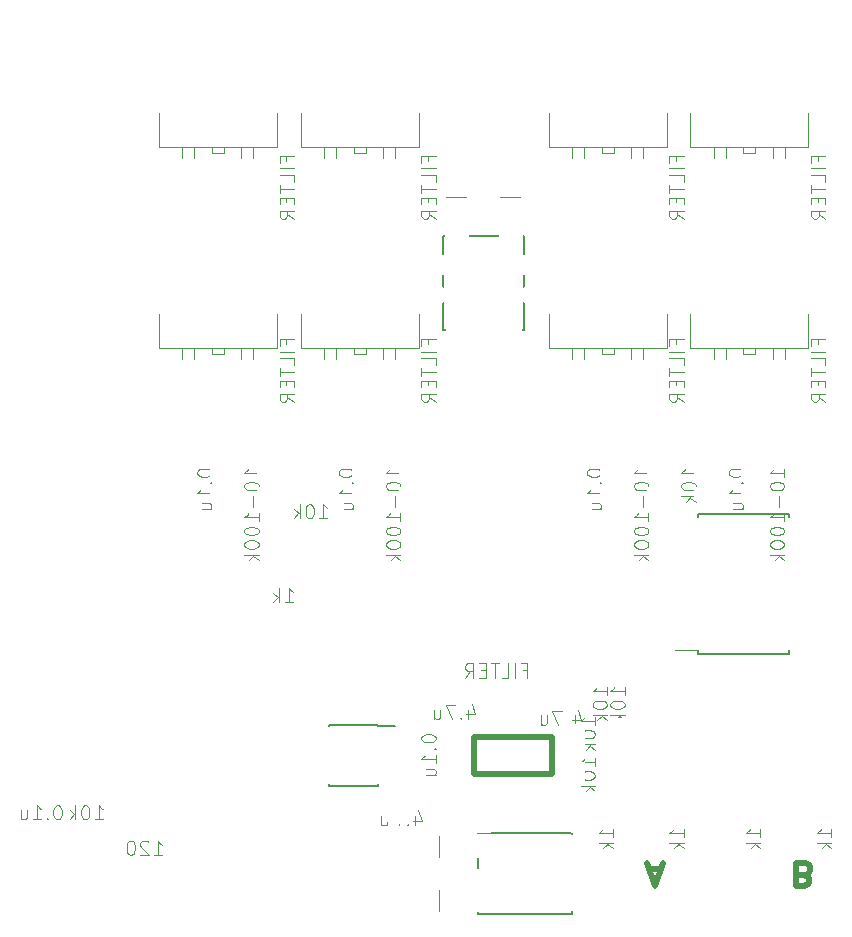
<source format=gbr>
G04 #@! TF.FileFunction,Legend,Bot*
%FSLAX46Y46*%
G04 Gerber Fmt 4.6, Leading zero omitted, Abs format (unit mm)*
G04 Created by KiCad (PCBNEW 4.0.6) date 03/21/17 17:18:59*
%MOMM*%
%LPD*%
G01*
G04 APERTURE LIST*
%ADD10C,0.100000*%
%ADD11C,0.500000*%
%ADD12C,0.150000*%
%ADD13C,0.101600*%
%ADD14R,2.200000X3.900000*%
%ADD15R,3.400000X3.900000*%
%ADD16R,10.400000X8.400000*%
%ADD17C,2.100000*%
%ADD18R,2.100000X2.100000*%
%ADD19R,1.950000X1.000000*%
%ADD20R,1.400000X1.200000*%
%ADD21R,2.051000X3.448000*%
%ADD22R,6.496000X6.496000*%
%ADD23C,1.700000*%
%ADD24R,1.700000X1.700000*%
%ADD25R,2.432000X2.432000*%
%ADD26O,2.432000X2.432000*%
%ADD27R,1.200000X1.400000*%
%ADD28R,2.200000X2.000000*%
%ADD29R,2.000000X2.200000*%
%ADD30C,1.600000*%
%ADD31R,2.127200X2.432000*%
%ADD32O,2.127200X2.432000*%
%ADD33R,2.127200X2.127200*%
%ADD34O,2.127200X2.127200*%
%ADD35O,1.400000X1.924000*%
%ADD36C,1.924000*%
%ADD37C,2.400000*%
%ADD38C,4.400000*%
%ADD39O,1.900000X2.900000*%
%ADD40C,3.400000*%
%ADD41R,3.400000X6.900000*%
%ADD42R,6.851600X3.400000*%
%ADD43R,1.600000X2.100000*%
%ADD44R,3.700000X2.100000*%
%ADD45R,3.448000X2.051000*%
%ADD46C,1.400000*%
%ADD47R,2.400000X1.000000*%
%ADD48R,4.400000X4.400000*%
%ADD49C,0.026000*%
G04 APERTURE END LIST*
D10*
D11*
X67642857Y-74642857D02*
X67928571Y-74547619D01*
X68023810Y-74452381D01*
X68119048Y-74261905D01*
X68119048Y-73976190D01*
X68023810Y-73785714D01*
X67928571Y-73690476D01*
X67738095Y-73595238D01*
X66976190Y-73595238D01*
X66976190Y-75595238D01*
X67642857Y-75595238D01*
X67833333Y-75500000D01*
X67928571Y-75404762D01*
X68023810Y-75214286D01*
X68023810Y-75023810D01*
X67928571Y-74833333D01*
X67833333Y-74738095D01*
X67642857Y-74642857D01*
X66976190Y-74642857D01*
X54523809Y-74166667D02*
X55476190Y-74166667D01*
X54333333Y-73595238D02*
X55000000Y-75595238D01*
X55666667Y-73595238D01*
D10*
X30500000Y-13000000D02*
X30500000Y-13500000D01*
X30500000Y-13500000D02*
X29500000Y-13500000D01*
X29500000Y-13500000D02*
X29500000Y-13000000D01*
X28000000Y-13000000D02*
X28000000Y-17500000D01*
X28000000Y-17500000D02*
X27000000Y-17500000D01*
X27000000Y-17500000D02*
X27000000Y-13000000D01*
X33000000Y-13000000D02*
X33000000Y-17500000D01*
X33000000Y-17500000D02*
X32000000Y-17500000D01*
X32000000Y-17500000D02*
X32000000Y-13000000D01*
X25500000Y-2500000D02*
X34500000Y-2500000D01*
X34500000Y-2500000D02*
X35000000Y-3000000D01*
X25000000Y-3000000D02*
X25500000Y-2500000D01*
X25000000Y-4000000D02*
X25000000Y-3000000D01*
X35000000Y-4000000D02*
X35000000Y-3000000D01*
X35000000Y-4000000D02*
X35000000Y-13000000D01*
X25000000Y-4000000D02*
X35000000Y-4000000D01*
X25000000Y-13000000D02*
X25000000Y-4000000D01*
X25000000Y-13000000D02*
X35000000Y-13000000D01*
D12*
X31575000Y-61925000D02*
X31575000Y-62070000D01*
X27425000Y-61925000D02*
X27425000Y-62070000D01*
X27425000Y-67075000D02*
X27425000Y-66930000D01*
X31575000Y-67075000D02*
X31575000Y-66930000D01*
X31575000Y-61925000D02*
X27425000Y-61925000D01*
X31575000Y-67075000D02*
X27425000Y-67075000D01*
X31575000Y-62070000D02*
X32975000Y-62070000D01*
X41897000Y-20524000D02*
X41897000Y-17349000D01*
X41897000Y-17349000D02*
X43675000Y-17349000D01*
X43675000Y-17349000D02*
X43675000Y-20524000D01*
X37325000Y-20524000D02*
X37325000Y-17349000D01*
X37325000Y-17349000D02*
X39103000Y-17349000D01*
X39103000Y-17349000D02*
X39103000Y-20524000D01*
X43929000Y-26620000D02*
X43929000Y-20524000D01*
X43929000Y-20524000D02*
X37071000Y-20524000D01*
X37071000Y-20524000D02*
X37071000Y-28398000D01*
X37071000Y-28525000D02*
X43929000Y-28525000D01*
X43929000Y-28398000D02*
X43929000Y-26620000D01*
D11*
X39700000Y-63000000D02*
X39700000Y-66100000D01*
X46300000Y-63000000D02*
X46300000Y-66100000D01*
X46300000Y-66100000D02*
X39700000Y-66100000D01*
X46300000Y-63000000D02*
X39700000Y-63000000D01*
D12*
X40024000Y-73103000D02*
X36849000Y-73103000D01*
X36849000Y-73103000D02*
X36849000Y-71325000D01*
X36849000Y-71325000D02*
X40024000Y-71325000D01*
X40024000Y-77675000D02*
X36849000Y-77675000D01*
X36849000Y-77675000D02*
X36849000Y-75897000D01*
X36849000Y-75897000D02*
X40024000Y-75897000D01*
X46120000Y-71071000D02*
X40024000Y-71071000D01*
X40024000Y-71071000D02*
X40024000Y-77929000D01*
X40024000Y-77929000D02*
X47898000Y-77929000D01*
X48025000Y-77929000D02*
X48025000Y-71071000D01*
X47898000Y-71071000D02*
X46120000Y-71071000D01*
D10*
X18500000Y-30000000D02*
X18500000Y-30500000D01*
X18500000Y-30500000D02*
X17500000Y-30500000D01*
X17500000Y-30500000D02*
X17500000Y-30000000D01*
X16000000Y-30000000D02*
X16000000Y-34500000D01*
X16000000Y-34500000D02*
X15000000Y-34500000D01*
X15000000Y-34500000D02*
X15000000Y-30000000D01*
X21000000Y-30000000D02*
X21000000Y-34500000D01*
X21000000Y-34500000D02*
X20000000Y-34500000D01*
X20000000Y-34500000D02*
X20000000Y-30000000D01*
X13500000Y-19500000D02*
X22500000Y-19500000D01*
X22500000Y-19500000D02*
X23000000Y-20000000D01*
X13000000Y-20000000D02*
X13500000Y-19500000D01*
X13000000Y-21000000D02*
X13000000Y-20000000D01*
X23000000Y-21000000D02*
X23000000Y-20000000D01*
X23000000Y-21000000D02*
X23000000Y-30000000D01*
X13000000Y-21000000D02*
X23000000Y-21000000D01*
X13000000Y-30000000D02*
X13000000Y-21000000D01*
X13000000Y-30000000D02*
X23000000Y-30000000D01*
X18500000Y-13000000D02*
X18500000Y-13500000D01*
X18500000Y-13500000D02*
X17500000Y-13500000D01*
X17500000Y-13500000D02*
X17500000Y-13000000D01*
X16000000Y-13000000D02*
X16000000Y-17500000D01*
X16000000Y-17500000D02*
X15000000Y-17500000D01*
X15000000Y-17500000D02*
X15000000Y-13000000D01*
X21000000Y-13000000D02*
X21000000Y-17500000D01*
X21000000Y-17500000D02*
X20000000Y-17500000D01*
X20000000Y-17500000D02*
X20000000Y-13000000D01*
X13500000Y-2500000D02*
X22500000Y-2500000D01*
X22500000Y-2500000D02*
X23000000Y-3000000D01*
X13000000Y-3000000D02*
X13500000Y-2500000D01*
X13000000Y-4000000D02*
X13000000Y-3000000D01*
X23000000Y-4000000D02*
X23000000Y-3000000D01*
X23000000Y-4000000D02*
X23000000Y-13000000D01*
X13000000Y-4000000D02*
X23000000Y-4000000D01*
X13000000Y-13000000D02*
X13000000Y-4000000D01*
X13000000Y-13000000D02*
X23000000Y-13000000D01*
X30500000Y-30000000D02*
X30500000Y-30500000D01*
X30500000Y-30500000D02*
X29500000Y-30500000D01*
X29500000Y-30500000D02*
X29500000Y-30000000D01*
X28000000Y-30000000D02*
X28000000Y-34500000D01*
X28000000Y-34500000D02*
X27000000Y-34500000D01*
X27000000Y-34500000D02*
X27000000Y-30000000D01*
X33000000Y-30000000D02*
X33000000Y-34500000D01*
X33000000Y-34500000D02*
X32000000Y-34500000D01*
X32000000Y-34500000D02*
X32000000Y-30000000D01*
X25500000Y-19500000D02*
X34500000Y-19500000D01*
X34500000Y-19500000D02*
X35000000Y-20000000D01*
X25000000Y-20000000D02*
X25500000Y-19500000D01*
X25000000Y-21000000D02*
X25000000Y-20000000D01*
X35000000Y-21000000D02*
X35000000Y-20000000D01*
X35000000Y-21000000D02*
X35000000Y-30000000D01*
X25000000Y-21000000D02*
X35000000Y-21000000D01*
X25000000Y-30000000D02*
X25000000Y-21000000D01*
X25000000Y-30000000D02*
X35000000Y-30000000D01*
X51500000Y-13000000D02*
X51500000Y-13500000D01*
X51500000Y-13500000D02*
X50500000Y-13500000D01*
X50500000Y-13500000D02*
X50500000Y-13000000D01*
X49000000Y-13000000D02*
X49000000Y-17500000D01*
X49000000Y-17500000D02*
X48000000Y-17500000D01*
X48000000Y-17500000D02*
X48000000Y-13000000D01*
X54000000Y-13000000D02*
X54000000Y-17500000D01*
X54000000Y-17500000D02*
X53000000Y-17500000D01*
X53000000Y-17500000D02*
X53000000Y-13000000D01*
X46500000Y-2500000D02*
X55500000Y-2500000D01*
X55500000Y-2500000D02*
X56000000Y-3000000D01*
X46000000Y-3000000D02*
X46500000Y-2500000D01*
X46000000Y-4000000D02*
X46000000Y-3000000D01*
X56000000Y-4000000D02*
X56000000Y-3000000D01*
X56000000Y-4000000D02*
X56000000Y-13000000D01*
X46000000Y-4000000D02*
X56000000Y-4000000D01*
X46000000Y-13000000D02*
X46000000Y-4000000D01*
X46000000Y-13000000D02*
X56000000Y-13000000D01*
X51500000Y-30000000D02*
X51500000Y-30500000D01*
X51500000Y-30500000D02*
X50500000Y-30500000D01*
X50500000Y-30500000D02*
X50500000Y-30000000D01*
X49000000Y-30000000D02*
X49000000Y-34500000D01*
X49000000Y-34500000D02*
X48000000Y-34500000D01*
X48000000Y-34500000D02*
X48000000Y-30000000D01*
X54000000Y-30000000D02*
X54000000Y-34500000D01*
X54000000Y-34500000D02*
X53000000Y-34500000D01*
X53000000Y-34500000D02*
X53000000Y-30000000D01*
X46500000Y-19500000D02*
X55500000Y-19500000D01*
X55500000Y-19500000D02*
X56000000Y-20000000D01*
X46000000Y-20000000D02*
X46500000Y-19500000D01*
X46000000Y-21000000D02*
X46000000Y-20000000D01*
X56000000Y-21000000D02*
X56000000Y-20000000D01*
X56000000Y-21000000D02*
X56000000Y-30000000D01*
X46000000Y-21000000D02*
X56000000Y-21000000D01*
X46000000Y-30000000D02*
X46000000Y-21000000D01*
X46000000Y-30000000D02*
X56000000Y-30000000D01*
X63500000Y-30000000D02*
X63500000Y-30500000D01*
X63500000Y-30500000D02*
X62500000Y-30500000D01*
X62500000Y-30500000D02*
X62500000Y-30000000D01*
X61000000Y-30000000D02*
X61000000Y-34500000D01*
X61000000Y-34500000D02*
X60000000Y-34500000D01*
X60000000Y-34500000D02*
X60000000Y-30000000D01*
X66000000Y-30000000D02*
X66000000Y-34500000D01*
X66000000Y-34500000D02*
X65000000Y-34500000D01*
X65000000Y-34500000D02*
X65000000Y-30000000D01*
X58500000Y-19500000D02*
X67500000Y-19500000D01*
X67500000Y-19500000D02*
X68000000Y-20000000D01*
X58000000Y-20000000D02*
X58500000Y-19500000D01*
X58000000Y-21000000D02*
X58000000Y-20000000D01*
X68000000Y-21000000D02*
X68000000Y-20000000D01*
X68000000Y-21000000D02*
X68000000Y-30000000D01*
X58000000Y-21000000D02*
X68000000Y-21000000D01*
X58000000Y-30000000D02*
X58000000Y-21000000D01*
X58000000Y-30000000D02*
X68000000Y-30000000D01*
X63500000Y-13000000D02*
X63500000Y-13500000D01*
X63500000Y-13500000D02*
X62500000Y-13500000D01*
X62500000Y-13500000D02*
X62500000Y-13000000D01*
X61000000Y-13000000D02*
X61000000Y-17500000D01*
X61000000Y-17500000D02*
X60000000Y-17500000D01*
X60000000Y-17500000D02*
X60000000Y-13000000D01*
X66000000Y-13000000D02*
X66000000Y-17500000D01*
X66000000Y-17500000D02*
X65000000Y-17500000D01*
X65000000Y-17500000D02*
X65000000Y-13000000D01*
X58500000Y-2500000D02*
X67500000Y-2500000D01*
X67500000Y-2500000D02*
X68000000Y-3000000D01*
X58000000Y-3000000D02*
X58500000Y-2500000D01*
X58000000Y-4000000D02*
X58000000Y-3000000D01*
X68000000Y-4000000D02*
X68000000Y-3000000D01*
X68000000Y-4000000D02*
X68000000Y-13000000D01*
X58000000Y-4000000D02*
X68000000Y-4000000D01*
X58000000Y-13000000D02*
X58000000Y-4000000D01*
X58000000Y-13000000D02*
X68000000Y-13000000D01*
D12*
X58625000Y-55950000D02*
X58625000Y-55605000D01*
X66375000Y-55950000D02*
X66375000Y-55605000D01*
X66375000Y-44050000D02*
X66375000Y-44395000D01*
X58625000Y-44050000D02*
X58625000Y-44395000D01*
X58625000Y-55950000D02*
X66375000Y-55950000D01*
X58625000Y-44050000D02*
X66375000Y-44050000D01*
X58625000Y-55605000D02*
X56800000Y-55605000D01*
D13*
X21442548Y-40919238D02*
X21442548Y-40229810D01*
X21442548Y-40574524D02*
X20236048Y-40574524D01*
X20408405Y-40459619D01*
X20523310Y-40344714D01*
X20580762Y-40229810D01*
X20236048Y-41666119D02*
X20236048Y-41781024D01*
X20293500Y-41895929D01*
X20350952Y-41953381D01*
X20465857Y-42010834D01*
X20695667Y-42068286D01*
X20982929Y-42068286D01*
X21212738Y-42010834D01*
X21327643Y-41953381D01*
X21385095Y-41895929D01*
X21442548Y-41781024D01*
X21442548Y-41666119D01*
X21385095Y-41551215D01*
X21327643Y-41493762D01*
X21212738Y-41436310D01*
X20982929Y-41378858D01*
X20695667Y-41378858D01*
X20465857Y-41436310D01*
X20350952Y-41493762D01*
X20293500Y-41551215D01*
X20236048Y-41666119D01*
X20982929Y-42585358D02*
X20982929Y-43504596D01*
X21442548Y-44711096D02*
X21442548Y-44021668D01*
X21442548Y-44366382D02*
X20236048Y-44366382D01*
X20408405Y-44251477D01*
X20523310Y-44136572D01*
X20580762Y-44021668D01*
X20236048Y-45457977D02*
X20236048Y-45572882D01*
X20293500Y-45687787D01*
X20350952Y-45745239D01*
X20465857Y-45802692D01*
X20695667Y-45860144D01*
X20982929Y-45860144D01*
X21212738Y-45802692D01*
X21327643Y-45745239D01*
X21385095Y-45687787D01*
X21442548Y-45572882D01*
X21442548Y-45457977D01*
X21385095Y-45343073D01*
X21327643Y-45285620D01*
X21212738Y-45228168D01*
X20982929Y-45170716D01*
X20695667Y-45170716D01*
X20465857Y-45228168D01*
X20350952Y-45285620D01*
X20293500Y-45343073D01*
X20236048Y-45457977D01*
X20236048Y-46607025D02*
X20236048Y-46721930D01*
X20293500Y-46836835D01*
X20350952Y-46894287D01*
X20465857Y-46951740D01*
X20695667Y-47009192D01*
X20982929Y-47009192D01*
X21212738Y-46951740D01*
X21327643Y-46894287D01*
X21385095Y-46836835D01*
X21442548Y-46721930D01*
X21442548Y-46607025D01*
X21385095Y-46492121D01*
X21327643Y-46434668D01*
X21212738Y-46377216D01*
X20982929Y-46319764D01*
X20695667Y-46319764D01*
X20465857Y-46377216D01*
X20350952Y-46434668D01*
X20293500Y-46492121D01*
X20236048Y-46607025D01*
X21442548Y-47526264D02*
X20236048Y-47526264D01*
X20982929Y-47641169D02*
X21442548Y-47985883D01*
X20638214Y-47985883D02*
X21097833Y-47526264D01*
X4482929Y-68736048D02*
X4368024Y-68736048D01*
X4253119Y-68793500D01*
X4195667Y-68850952D01*
X4138214Y-68965857D01*
X4080762Y-69195667D01*
X4080762Y-69482929D01*
X4138214Y-69712738D01*
X4195667Y-69827643D01*
X4253119Y-69885095D01*
X4368024Y-69942548D01*
X4482929Y-69942548D01*
X4597833Y-69885095D01*
X4655286Y-69827643D01*
X4712738Y-69712738D01*
X4770190Y-69482929D01*
X4770190Y-69195667D01*
X4712738Y-68965857D01*
X4655286Y-68850952D01*
X4597833Y-68793500D01*
X4482929Y-68736048D01*
X3563690Y-69827643D02*
X3506238Y-69885095D01*
X3563690Y-69942548D01*
X3621142Y-69885095D01*
X3563690Y-69827643D01*
X3563690Y-69942548D01*
X2357190Y-69942548D02*
X3046618Y-69942548D01*
X2701904Y-69942548D02*
X2701904Y-68736048D01*
X2816809Y-68908405D01*
X2931714Y-69023310D01*
X3046618Y-69080762D01*
X1323047Y-69138214D02*
X1323047Y-69942548D01*
X1840118Y-69138214D02*
X1840118Y-69770190D01*
X1782666Y-69885095D01*
X1667761Y-69942548D01*
X1495404Y-69942548D01*
X1380499Y-69885095D01*
X1323047Y-69827643D01*
X28236048Y-40517071D02*
X28236048Y-40631976D01*
X28293500Y-40746881D01*
X28350952Y-40804333D01*
X28465857Y-40861786D01*
X28695667Y-40919238D01*
X28982929Y-40919238D01*
X29212738Y-40861786D01*
X29327643Y-40804333D01*
X29385095Y-40746881D01*
X29442548Y-40631976D01*
X29442548Y-40517071D01*
X29385095Y-40402167D01*
X29327643Y-40344714D01*
X29212738Y-40287262D01*
X28982929Y-40229810D01*
X28695667Y-40229810D01*
X28465857Y-40287262D01*
X28350952Y-40344714D01*
X28293500Y-40402167D01*
X28236048Y-40517071D01*
X29327643Y-41436310D02*
X29385095Y-41493762D01*
X29442548Y-41436310D01*
X29385095Y-41378858D01*
X29327643Y-41436310D01*
X29442548Y-41436310D01*
X29442548Y-42642810D02*
X29442548Y-41953382D01*
X29442548Y-42298096D02*
X28236048Y-42298096D01*
X28408405Y-42183191D01*
X28523310Y-42068286D01*
X28580762Y-41953382D01*
X28638214Y-43676953D02*
X29442548Y-43676953D01*
X28638214Y-43159882D02*
X29270190Y-43159882D01*
X29385095Y-43217334D01*
X29442548Y-43332239D01*
X29442548Y-43504596D01*
X29385095Y-43619501D01*
X29327643Y-43676953D01*
X61236048Y-40517071D02*
X61236048Y-40631976D01*
X61293500Y-40746881D01*
X61350952Y-40804333D01*
X61465857Y-40861786D01*
X61695667Y-40919238D01*
X61982929Y-40919238D01*
X62212738Y-40861786D01*
X62327643Y-40804333D01*
X62385095Y-40746881D01*
X62442548Y-40631976D01*
X62442548Y-40517071D01*
X62385095Y-40402167D01*
X62327643Y-40344714D01*
X62212738Y-40287262D01*
X61982929Y-40229810D01*
X61695667Y-40229810D01*
X61465857Y-40287262D01*
X61350952Y-40344714D01*
X61293500Y-40402167D01*
X61236048Y-40517071D01*
X62327643Y-41436310D02*
X62385095Y-41493762D01*
X62442548Y-41436310D01*
X62385095Y-41378858D01*
X62327643Y-41436310D01*
X62442548Y-41436310D01*
X62442548Y-42642810D02*
X62442548Y-41953382D01*
X62442548Y-42298096D02*
X61236048Y-42298096D01*
X61408405Y-42183191D01*
X61523310Y-42068286D01*
X61580762Y-41953382D01*
X61638214Y-43676953D02*
X62442548Y-43676953D01*
X61638214Y-43159882D02*
X62270190Y-43159882D01*
X62385095Y-43217334D01*
X62442548Y-43332239D01*
X62442548Y-43504596D01*
X62385095Y-43619501D01*
X62327643Y-43676953D01*
X49236048Y-40517071D02*
X49236048Y-40631976D01*
X49293500Y-40746881D01*
X49350952Y-40804333D01*
X49465857Y-40861786D01*
X49695667Y-40919238D01*
X49982929Y-40919238D01*
X50212738Y-40861786D01*
X50327643Y-40804333D01*
X50385095Y-40746881D01*
X50442548Y-40631976D01*
X50442548Y-40517071D01*
X50385095Y-40402167D01*
X50327643Y-40344714D01*
X50212738Y-40287262D01*
X49982929Y-40229810D01*
X49695667Y-40229810D01*
X49465857Y-40287262D01*
X49350952Y-40344714D01*
X49293500Y-40402167D01*
X49236048Y-40517071D01*
X50327643Y-41436310D02*
X50385095Y-41493762D01*
X50442548Y-41436310D01*
X50385095Y-41378858D01*
X50327643Y-41436310D01*
X50442548Y-41436310D01*
X50442548Y-42642810D02*
X50442548Y-41953382D01*
X50442548Y-42298096D02*
X49236048Y-42298096D01*
X49408405Y-42183191D01*
X49523310Y-42068286D01*
X49580762Y-41953382D01*
X49638214Y-43676953D02*
X50442548Y-43676953D01*
X49638214Y-43159882D02*
X50270190Y-43159882D01*
X50385095Y-43217334D01*
X50442548Y-43332239D01*
X50442548Y-43504596D01*
X50385095Y-43619501D01*
X50327643Y-43676953D01*
X7580762Y-69942548D02*
X8270190Y-69942548D01*
X7925476Y-69942548D02*
X7925476Y-68736048D01*
X8040381Y-68908405D01*
X8155286Y-69023310D01*
X8270190Y-69080762D01*
X6833881Y-68736048D02*
X6718976Y-68736048D01*
X6604071Y-68793500D01*
X6546619Y-68850952D01*
X6489166Y-68965857D01*
X6431714Y-69195667D01*
X6431714Y-69482929D01*
X6489166Y-69712738D01*
X6546619Y-69827643D01*
X6604071Y-69885095D01*
X6718976Y-69942548D01*
X6833881Y-69942548D01*
X6948785Y-69885095D01*
X7006238Y-69827643D01*
X7063690Y-69712738D01*
X7121142Y-69482929D01*
X7121142Y-69195667D01*
X7063690Y-68965857D01*
X7006238Y-68850952D01*
X6948785Y-68793500D01*
X6833881Y-68736048D01*
X5914642Y-69942548D02*
X5914642Y-68736048D01*
X5799737Y-69482929D02*
X5455023Y-69942548D01*
X5455023Y-69138214D02*
X5914642Y-69597833D01*
X23680762Y-51542548D02*
X24370190Y-51542548D01*
X24025476Y-51542548D02*
X24025476Y-50336048D01*
X24140381Y-50508405D01*
X24255286Y-50623310D01*
X24370190Y-50680762D01*
X23163690Y-51542548D02*
X23163690Y-50336048D01*
X23048785Y-51082929D02*
X22704071Y-51542548D01*
X22704071Y-50738214D02*
X23163690Y-51197833D01*
X33442548Y-40919238D02*
X33442548Y-40229810D01*
X33442548Y-40574524D02*
X32236048Y-40574524D01*
X32408405Y-40459619D01*
X32523310Y-40344714D01*
X32580762Y-40229810D01*
X32236048Y-41666119D02*
X32236048Y-41781024D01*
X32293500Y-41895929D01*
X32350952Y-41953381D01*
X32465857Y-42010834D01*
X32695667Y-42068286D01*
X32982929Y-42068286D01*
X33212738Y-42010834D01*
X33327643Y-41953381D01*
X33385095Y-41895929D01*
X33442548Y-41781024D01*
X33442548Y-41666119D01*
X33385095Y-41551215D01*
X33327643Y-41493762D01*
X33212738Y-41436310D01*
X32982929Y-41378858D01*
X32695667Y-41378858D01*
X32465857Y-41436310D01*
X32350952Y-41493762D01*
X32293500Y-41551215D01*
X32236048Y-41666119D01*
X32982929Y-42585358D02*
X32982929Y-43504596D01*
X33442548Y-44711096D02*
X33442548Y-44021668D01*
X33442548Y-44366382D02*
X32236048Y-44366382D01*
X32408405Y-44251477D01*
X32523310Y-44136572D01*
X32580762Y-44021668D01*
X32236048Y-45457977D02*
X32236048Y-45572882D01*
X32293500Y-45687787D01*
X32350952Y-45745239D01*
X32465857Y-45802692D01*
X32695667Y-45860144D01*
X32982929Y-45860144D01*
X33212738Y-45802692D01*
X33327643Y-45745239D01*
X33385095Y-45687787D01*
X33442548Y-45572882D01*
X33442548Y-45457977D01*
X33385095Y-45343073D01*
X33327643Y-45285620D01*
X33212738Y-45228168D01*
X32982929Y-45170716D01*
X32695667Y-45170716D01*
X32465857Y-45228168D01*
X32350952Y-45285620D01*
X32293500Y-45343073D01*
X32236048Y-45457977D01*
X32236048Y-46607025D02*
X32236048Y-46721930D01*
X32293500Y-46836835D01*
X32350952Y-46894287D01*
X32465857Y-46951740D01*
X32695667Y-47009192D01*
X32982929Y-47009192D01*
X33212738Y-46951740D01*
X33327643Y-46894287D01*
X33385095Y-46836835D01*
X33442548Y-46721930D01*
X33442548Y-46607025D01*
X33385095Y-46492121D01*
X33327643Y-46434668D01*
X33212738Y-46377216D01*
X32982929Y-46319764D01*
X32695667Y-46319764D01*
X32465857Y-46377216D01*
X32350952Y-46434668D01*
X32293500Y-46492121D01*
X32236048Y-46607025D01*
X33442548Y-47526264D02*
X32236048Y-47526264D01*
X32982929Y-47641169D02*
X33442548Y-47985883D01*
X32638214Y-47985883D02*
X33097833Y-47526264D01*
X65942548Y-40919238D02*
X65942548Y-40229810D01*
X65942548Y-40574524D02*
X64736048Y-40574524D01*
X64908405Y-40459619D01*
X65023310Y-40344714D01*
X65080762Y-40229810D01*
X64736048Y-41666119D02*
X64736048Y-41781024D01*
X64793500Y-41895929D01*
X64850952Y-41953381D01*
X64965857Y-42010834D01*
X65195667Y-42068286D01*
X65482929Y-42068286D01*
X65712738Y-42010834D01*
X65827643Y-41953381D01*
X65885095Y-41895929D01*
X65942548Y-41781024D01*
X65942548Y-41666119D01*
X65885095Y-41551215D01*
X65827643Y-41493762D01*
X65712738Y-41436310D01*
X65482929Y-41378858D01*
X65195667Y-41378858D01*
X64965857Y-41436310D01*
X64850952Y-41493762D01*
X64793500Y-41551215D01*
X64736048Y-41666119D01*
X65482929Y-42585358D02*
X65482929Y-43504596D01*
X65942548Y-44711096D02*
X65942548Y-44021668D01*
X65942548Y-44366382D02*
X64736048Y-44366382D01*
X64908405Y-44251477D01*
X65023310Y-44136572D01*
X65080762Y-44021668D01*
X64736048Y-45457977D02*
X64736048Y-45572882D01*
X64793500Y-45687787D01*
X64850952Y-45745239D01*
X64965857Y-45802692D01*
X65195667Y-45860144D01*
X65482929Y-45860144D01*
X65712738Y-45802692D01*
X65827643Y-45745239D01*
X65885095Y-45687787D01*
X65942548Y-45572882D01*
X65942548Y-45457977D01*
X65885095Y-45343073D01*
X65827643Y-45285620D01*
X65712738Y-45228168D01*
X65482929Y-45170716D01*
X65195667Y-45170716D01*
X64965857Y-45228168D01*
X64850952Y-45285620D01*
X64793500Y-45343073D01*
X64736048Y-45457977D01*
X64736048Y-46607025D02*
X64736048Y-46721930D01*
X64793500Y-46836835D01*
X64850952Y-46894287D01*
X64965857Y-46951740D01*
X65195667Y-47009192D01*
X65482929Y-47009192D01*
X65712738Y-46951740D01*
X65827643Y-46894287D01*
X65885095Y-46836835D01*
X65942548Y-46721930D01*
X65942548Y-46607025D01*
X65885095Y-46492121D01*
X65827643Y-46434668D01*
X65712738Y-46377216D01*
X65482929Y-46319764D01*
X65195667Y-46319764D01*
X64965857Y-46377216D01*
X64850952Y-46434668D01*
X64793500Y-46492121D01*
X64736048Y-46607025D01*
X65942548Y-47526264D02*
X64736048Y-47526264D01*
X65482929Y-47641169D02*
X65942548Y-47985883D01*
X65138214Y-47985883D02*
X65597833Y-47526264D01*
X54442548Y-40919238D02*
X54442548Y-40229810D01*
X54442548Y-40574524D02*
X53236048Y-40574524D01*
X53408405Y-40459619D01*
X53523310Y-40344714D01*
X53580762Y-40229810D01*
X53236048Y-41666119D02*
X53236048Y-41781024D01*
X53293500Y-41895929D01*
X53350952Y-41953381D01*
X53465857Y-42010834D01*
X53695667Y-42068286D01*
X53982929Y-42068286D01*
X54212738Y-42010834D01*
X54327643Y-41953381D01*
X54385095Y-41895929D01*
X54442548Y-41781024D01*
X54442548Y-41666119D01*
X54385095Y-41551215D01*
X54327643Y-41493762D01*
X54212738Y-41436310D01*
X53982929Y-41378858D01*
X53695667Y-41378858D01*
X53465857Y-41436310D01*
X53350952Y-41493762D01*
X53293500Y-41551215D01*
X53236048Y-41666119D01*
X53982929Y-42585358D02*
X53982929Y-43504596D01*
X54442548Y-44711096D02*
X54442548Y-44021668D01*
X54442548Y-44366382D02*
X53236048Y-44366382D01*
X53408405Y-44251477D01*
X53523310Y-44136572D01*
X53580762Y-44021668D01*
X53236048Y-45457977D02*
X53236048Y-45572882D01*
X53293500Y-45687787D01*
X53350952Y-45745239D01*
X53465857Y-45802692D01*
X53695667Y-45860144D01*
X53982929Y-45860144D01*
X54212738Y-45802692D01*
X54327643Y-45745239D01*
X54385095Y-45687787D01*
X54442548Y-45572882D01*
X54442548Y-45457977D01*
X54385095Y-45343073D01*
X54327643Y-45285620D01*
X54212738Y-45228168D01*
X53982929Y-45170716D01*
X53695667Y-45170716D01*
X53465857Y-45228168D01*
X53350952Y-45285620D01*
X53293500Y-45343073D01*
X53236048Y-45457977D01*
X53236048Y-46607025D02*
X53236048Y-46721930D01*
X53293500Y-46836835D01*
X53350952Y-46894287D01*
X53465857Y-46951740D01*
X53695667Y-47009192D01*
X53982929Y-47009192D01*
X54212738Y-46951740D01*
X54327643Y-46894287D01*
X54385095Y-46836835D01*
X54442548Y-46721930D01*
X54442548Y-46607025D01*
X54385095Y-46492121D01*
X54327643Y-46434668D01*
X54212738Y-46377216D01*
X53982929Y-46319764D01*
X53695667Y-46319764D01*
X53465857Y-46377216D01*
X53350952Y-46434668D01*
X53293500Y-46492121D01*
X53236048Y-46607025D01*
X54442548Y-47526264D02*
X53236048Y-47526264D01*
X53982929Y-47641169D02*
X54442548Y-47985883D01*
X53638214Y-47985883D02*
X54097833Y-47526264D01*
X12580762Y-72942548D02*
X13270190Y-72942548D01*
X12925476Y-72942548D02*
X12925476Y-71736048D01*
X13040381Y-71908405D01*
X13155286Y-72023310D01*
X13270190Y-72080762D01*
X12121142Y-71850952D02*
X12063690Y-71793500D01*
X11948785Y-71736048D01*
X11661523Y-71736048D01*
X11546619Y-71793500D01*
X11489166Y-71850952D01*
X11431714Y-71965857D01*
X11431714Y-72080762D01*
X11489166Y-72253119D01*
X12178595Y-72942548D01*
X11431714Y-72942548D01*
X10684833Y-71736048D02*
X10569928Y-71736048D01*
X10455023Y-71793500D01*
X10397571Y-71850952D01*
X10340118Y-71965857D01*
X10282666Y-72195667D01*
X10282666Y-72482929D01*
X10340118Y-72712738D01*
X10397571Y-72827643D01*
X10455023Y-72885095D01*
X10569928Y-72942548D01*
X10684833Y-72942548D01*
X10799737Y-72885095D01*
X10857190Y-72827643D01*
X10914642Y-72712738D01*
X10972094Y-72482929D01*
X10972094Y-72195667D01*
X10914642Y-71965857D01*
X10857190Y-71850952D01*
X10799737Y-71793500D01*
X10684833Y-71736048D01*
X35810571Y-14189429D02*
X35810571Y-13787262D01*
X36442548Y-13787262D02*
X35236048Y-13787262D01*
X35236048Y-14361786D01*
X36442548Y-14821405D02*
X35236048Y-14821405D01*
X36442548Y-15970453D02*
X36442548Y-15395929D01*
X35236048Y-15395929D01*
X35236048Y-16200262D02*
X35236048Y-16889690D01*
X36442548Y-16544976D02*
X35236048Y-16544976D01*
X35810571Y-17291857D02*
X35810571Y-17694024D01*
X36442548Y-17866381D02*
X36442548Y-17291857D01*
X35236048Y-17291857D01*
X35236048Y-17866381D01*
X36442548Y-19072880D02*
X35868024Y-18670714D01*
X36442548Y-18383452D02*
X35236048Y-18383452D01*
X35236048Y-18843071D01*
X35293500Y-18957976D01*
X35350952Y-19015428D01*
X35465857Y-19072880D01*
X35638214Y-19072880D01*
X35753119Y-19015428D01*
X35810571Y-18957976D01*
X35868024Y-18843071D01*
X35868024Y-18383452D01*
X35810571Y-29689429D02*
X35810571Y-29287262D01*
X36442548Y-29287262D02*
X35236048Y-29287262D01*
X35236048Y-29861786D01*
X36442548Y-30321405D02*
X35236048Y-30321405D01*
X36442548Y-31470453D02*
X36442548Y-30895929D01*
X35236048Y-30895929D01*
X35236048Y-31700262D02*
X35236048Y-32389690D01*
X36442548Y-32044976D02*
X35236048Y-32044976D01*
X35810571Y-32791857D02*
X35810571Y-33194024D01*
X36442548Y-33366381D02*
X36442548Y-32791857D01*
X35236048Y-32791857D01*
X35236048Y-33366381D01*
X36442548Y-34572880D02*
X35868024Y-34170714D01*
X36442548Y-33883452D02*
X35236048Y-33883452D01*
X35236048Y-34343071D01*
X35293500Y-34457976D01*
X35350952Y-34515428D01*
X35465857Y-34572880D01*
X35638214Y-34572880D01*
X35753119Y-34515428D01*
X35810571Y-34457976D01*
X35868024Y-34343071D01*
X35868024Y-33883452D01*
X23810571Y-14189429D02*
X23810571Y-13787262D01*
X24442548Y-13787262D02*
X23236048Y-13787262D01*
X23236048Y-14361786D01*
X24442548Y-14821405D02*
X23236048Y-14821405D01*
X24442548Y-15970453D02*
X24442548Y-15395929D01*
X23236048Y-15395929D01*
X23236048Y-16200262D02*
X23236048Y-16889690D01*
X24442548Y-16544976D02*
X23236048Y-16544976D01*
X23810571Y-17291857D02*
X23810571Y-17694024D01*
X24442548Y-17866381D02*
X24442548Y-17291857D01*
X23236048Y-17291857D01*
X23236048Y-17866381D01*
X24442548Y-19072880D02*
X23868024Y-18670714D01*
X24442548Y-18383452D02*
X23236048Y-18383452D01*
X23236048Y-18843071D01*
X23293500Y-18957976D01*
X23350952Y-19015428D01*
X23465857Y-19072880D01*
X23638214Y-19072880D01*
X23753119Y-19015428D01*
X23810571Y-18957976D01*
X23868024Y-18843071D01*
X23868024Y-18383452D01*
X23810571Y-29689429D02*
X23810571Y-29287262D01*
X24442548Y-29287262D02*
X23236048Y-29287262D01*
X23236048Y-29861786D01*
X24442548Y-30321405D02*
X23236048Y-30321405D01*
X24442548Y-31470453D02*
X24442548Y-30895929D01*
X23236048Y-30895929D01*
X23236048Y-31700262D02*
X23236048Y-32389690D01*
X24442548Y-32044976D02*
X23236048Y-32044976D01*
X23810571Y-32791857D02*
X23810571Y-33194024D01*
X24442548Y-33366381D02*
X24442548Y-32791857D01*
X23236048Y-32791857D01*
X23236048Y-33366381D01*
X24442548Y-34572880D02*
X23868024Y-34170714D01*
X24442548Y-33883452D02*
X23236048Y-33883452D01*
X23236048Y-34343071D01*
X23293500Y-34457976D01*
X23350952Y-34515428D01*
X23465857Y-34572880D01*
X23638214Y-34572880D01*
X23753119Y-34515428D01*
X23810571Y-34457976D01*
X23868024Y-34343071D01*
X23868024Y-33883452D01*
X68810571Y-14189429D02*
X68810571Y-13787262D01*
X69442548Y-13787262D02*
X68236048Y-13787262D01*
X68236048Y-14361786D01*
X69442548Y-14821405D02*
X68236048Y-14821405D01*
X69442548Y-15970453D02*
X69442548Y-15395929D01*
X68236048Y-15395929D01*
X68236048Y-16200262D02*
X68236048Y-16889690D01*
X69442548Y-16544976D02*
X68236048Y-16544976D01*
X68810571Y-17291857D02*
X68810571Y-17694024D01*
X69442548Y-17866381D02*
X69442548Y-17291857D01*
X68236048Y-17291857D01*
X68236048Y-17866381D01*
X69442548Y-19072880D02*
X68868024Y-18670714D01*
X69442548Y-18383452D02*
X68236048Y-18383452D01*
X68236048Y-18843071D01*
X68293500Y-18957976D01*
X68350952Y-19015428D01*
X68465857Y-19072880D01*
X68638214Y-19072880D01*
X68753119Y-19015428D01*
X68810571Y-18957976D01*
X68868024Y-18843071D01*
X68868024Y-18383452D01*
X68810571Y-29689429D02*
X68810571Y-29287262D01*
X69442548Y-29287262D02*
X68236048Y-29287262D01*
X68236048Y-29861786D01*
X69442548Y-30321405D02*
X68236048Y-30321405D01*
X69442548Y-31470453D02*
X69442548Y-30895929D01*
X68236048Y-30895929D01*
X68236048Y-31700262D02*
X68236048Y-32389690D01*
X69442548Y-32044976D02*
X68236048Y-32044976D01*
X68810571Y-32791857D02*
X68810571Y-33194024D01*
X69442548Y-33366381D02*
X69442548Y-32791857D01*
X68236048Y-32791857D01*
X68236048Y-33366381D01*
X69442548Y-34572880D02*
X68868024Y-34170714D01*
X69442548Y-33883452D02*
X68236048Y-33883452D01*
X68236048Y-34343071D01*
X68293500Y-34457976D01*
X68350952Y-34515428D01*
X68465857Y-34572880D01*
X68638214Y-34572880D01*
X68753119Y-34515428D01*
X68810571Y-34457976D01*
X68868024Y-34343071D01*
X68868024Y-33883452D01*
X56810571Y-14189429D02*
X56810571Y-13787262D01*
X57442548Y-13787262D02*
X56236048Y-13787262D01*
X56236048Y-14361786D01*
X57442548Y-14821405D02*
X56236048Y-14821405D01*
X57442548Y-15970453D02*
X57442548Y-15395929D01*
X56236048Y-15395929D01*
X56236048Y-16200262D02*
X56236048Y-16889690D01*
X57442548Y-16544976D02*
X56236048Y-16544976D01*
X56810571Y-17291857D02*
X56810571Y-17694024D01*
X57442548Y-17866381D02*
X57442548Y-17291857D01*
X56236048Y-17291857D01*
X56236048Y-17866381D01*
X57442548Y-19072880D02*
X56868024Y-18670714D01*
X57442548Y-18383452D02*
X56236048Y-18383452D01*
X56236048Y-18843071D01*
X56293500Y-18957976D01*
X56350952Y-19015428D01*
X56465857Y-19072880D01*
X56638214Y-19072880D01*
X56753119Y-19015428D01*
X56810571Y-18957976D01*
X56868024Y-18843071D01*
X56868024Y-18383452D01*
X56810571Y-29689429D02*
X56810571Y-29287262D01*
X57442548Y-29287262D02*
X56236048Y-29287262D01*
X56236048Y-29861786D01*
X57442548Y-30321405D02*
X56236048Y-30321405D01*
X57442548Y-31470453D02*
X57442548Y-30895929D01*
X56236048Y-30895929D01*
X56236048Y-31700262D02*
X56236048Y-32389690D01*
X57442548Y-32044976D02*
X56236048Y-32044976D01*
X56810571Y-32791857D02*
X56810571Y-33194024D01*
X57442548Y-33366381D02*
X57442548Y-32791857D01*
X56236048Y-32791857D01*
X56236048Y-33366381D01*
X57442548Y-34572880D02*
X56868024Y-34170714D01*
X57442548Y-33883452D02*
X56236048Y-33883452D01*
X56236048Y-34343071D01*
X56293500Y-34457976D01*
X56350952Y-34515428D01*
X56465857Y-34572880D01*
X56638214Y-34572880D01*
X56753119Y-34515428D01*
X56810571Y-34457976D01*
X56868024Y-34343071D01*
X56868024Y-33883452D01*
X48195667Y-61138214D02*
X48195667Y-61942548D01*
X48482929Y-60678595D02*
X48770190Y-61540381D01*
X48023310Y-61540381D01*
X47563690Y-61827643D02*
X47506238Y-61885095D01*
X47563690Y-61942548D01*
X47621142Y-61885095D01*
X47563690Y-61827643D01*
X47563690Y-61942548D01*
X47104071Y-60736048D02*
X46299738Y-60736048D01*
X46816809Y-61942548D01*
X45323047Y-61138214D02*
X45323047Y-61942548D01*
X45840118Y-61138214D02*
X45840118Y-61770190D01*
X45782666Y-61885095D01*
X45667761Y-61942548D01*
X45495404Y-61942548D01*
X45380499Y-61885095D01*
X45323047Y-61827643D01*
X35236048Y-63017071D02*
X35236048Y-63131976D01*
X35293500Y-63246881D01*
X35350952Y-63304333D01*
X35465857Y-63361786D01*
X35695667Y-63419238D01*
X35982929Y-63419238D01*
X36212738Y-63361786D01*
X36327643Y-63304333D01*
X36385095Y-63246881D01*
X36442548Y-63131976D01*
X36442548Y-63017071D01*
X36385095Y-62902167D01*
X36327643Y-62844714D01*
X36212738Y-62787262D01*
X35982929Y-62729810D01*
X35695667Y-62729810D01*
X35465857Y-62787262D01*
X35350952Y-62844714D01*
X35293500Y-62902167D01*
X35236048Y-63017071D01*
X36327643Y-63936310D02*
X36385095Y-63993762D01*
X36442548Y-63936310D01*
X36385095Y-63878858D01*
X36327643Y-63936310D01*
X36442548Y-63936310D01*
X36442548Y-65142810D02*
X36442548Y-64453382D01*
X36442548Y-64798096D02*
X35236048Y-64798096D01*
X35408405Y-64683191D01*
X35523310Y-64568286D01*
X35580762Y-64453382D01*
X35638214Y-66176953D02*
X36442548Y-66176953D01*
X35638214Y-65659882D02*
X36270190Y-65659882D01*
X36385095Y-65717334D01*
X36442548Y-65832239D01*
X36442548Y-66004596D01*
X36385095Y-66119501D01*
X36327643Y-66176953D01*
X58442548Y-40919238D02*
X58442548Y-40229810D01*
X58442548Y-40574524D02*
X57236048Y-40574524D01*
X57408405Y-40459619D01*
X57523310Y-40344714D01*
X57580762Y-40229810D01*
X57236048Y-41666119D02*
X57236048Y-41781024D01*
X57293500Y-41895929D01*
X57350952Y-41953381D01*
X57465857Y-42010834D01*
X57695667Y-42068286D01*
X57982929Y-42068286D01*
X58212738Y-42010834D01*
X58327643Y-41953381D01*
X58385095Y-41895929D01*
X58442548Y-41781024D01*
X58442548Y-41666119D01*
X58385095Y-41551215D01*
X58327643Y-41493762D01*
X58212738Y-41436310D01*
X57982929Y-41378858D01*
X57695667Y-41378858D01*
X57465857Y-41436310D01*
X57350952Y-41493762D01*
X57293500Y-41551215D01*
X57236048Y-41666119D01*
X58442548Y-42585358D02*
X57236048Y-42585358D01*
X57982929Y-42700263D02*
X58442548Y-43044977D01*
X57638214Y-43044977D02*
X58097833Y-42585358D01*
X51442548Y-71419238D02*
X51442548Y-70729810D01*
X51442548Y-71074524D02*
X50236048Y-71074524D01*
X50408405Y-70959619D01*
X50523310Y-70844714D01*
X50580762Y-70729810D01*
X51442548Y-71936310D02*
X50236048Y-71936310D01*
X50982929Y-72051215D02*
X51442548Y-72395929D01*
X50638214Y-72395929D02*
X51097833Y-71936310D01*
X57442548Y-71419238D02*
X57442548Y-70729810D01*
X57442548Y-71074524D02*
X56236048Y-71074524D01*
X56408405Y-70959619D01*
X56523310Y-70844714D01*
X56580762Y-70729810D01*
X57442548Y-71936310D02*
X56236048Y-71936310D01*
X56982929Y-72051215D02*
X57442548Y-72395929D01*
X56638214Y-72395929D02*
X57097833Y-71936310D01*
X63942548Y-71419238D02*
X63942548Y-70729810D01*
X63942548Y-71074524D02*
X62736048Y-71074524D01*
X62908405Y-70959619D01*
X63023310Y-70844714D01*
X63080762Y-70729810D01*
X63942548Y-71936310D02*
X62736048Y-71936310D01*
X63482929Y-72051215D02*
X63942548Y-72395929D01*
X63138214Y-72395929D02*
X63597833Y-71936310D01*
X69942548Y-71419238D02*
X69942548Y-70729810D01*
X69942548Y-71074524D02*
X68736048Y-71074524D01*
X68908405Y-70959619D01*
X69023310Y-70844714D01*
X69080762Y-70729810D01*
X69942548Y-71936310D02*
X68736048Y-71936310D01*
X69482929Y-72051215D02*
X69942548Y-72395929D01*
X69138214Y-72395929D02*
X69597833Y-71936310D01*
X34695667Y-69638214D02*
X34695667Y-70442548D01*
X34982929Y-69178595D02*
X35270190Y-70040381D01*
X34523310Y-70040381D01*
X34063690Y-70327643D02*
X34006238Y-70385095D01*
X34063690Y-70442548D01*
X34121142Y-70385095D01*
X34063690Y-70327643D01*
X34063690Y-70442548D01*
X33604071Y-69236048D02*
X32799738Y-69236048D01*
X33316809Y-70442548D01*
X31823047Y-69638214D02*
X31823047Y-70442548D01*
X32340118Y-69638214D02*
X32340118Y-70270190D01*
X32282666Y-70385095D01*
X32167761Y-70442548D01*
X31995404Y-70442548D01*
X31880499Y-70385095D01*
X31823047Y-70327643D01*
X43810571Y-57310571D02*
X44212738Y-57310571D01*
X44212738Y-57942548D02*
X44212738Y-56736048D01*
X43638214Y-56736048D01*
X43178595Y-57942548D02*
X43178595Y-56736048D01*
X42029547Y-57942548D02*
X42604071Y-57942548D01*
X42604071Y-56736048D01*
X41799738Y-56736048D02*
X41110310Y-56736048D01*
X41455024Y-57942548D02*
X41455024Y-56736048D01*
X40708143Y-57310571D02*
X40305976Y-57310571D01*
X40133619Y-57942548D02*
X40708143Y-57942548D01*
X40708143Y-56736048D01*
X40133619Y-56736048D01*
X38927120Y-57942548D02*
X39329286Y-57368024D01*
X39616548Y-57942548D02*
X39616548Y-56736048D01*
X39156929Y-56736048D01*
X39042024Y-56793500D01*
X38984572Y-56850952D01*
X38927120Y-56965857D01*
X38927120Y-57138214D01*
X38984572Y-57253119D01*
X39042024Y-57310571D01*
X39156929Y-57368024D01*
X39616548Y-57368024D01*
X16236048Y-40517071D02*
X16236048Y-40631976D01*
X16293500Y-40746881D01*
X16350952Y-40804333D01*
X16465857Y-40861786D01*
X16695667Y-40919238D01*
X16982929Y-40919238D01*
X17212738Y-40861786D01*
X17327643Y-40804333D01*
X17385095Y-40746881D01*
X17442548Y-40631976D01*
X17442548Y-40517071D01*
X17385095Y-40402167D01*
X17327643Y-40344714D01*
X17212738Y-40287262D01*
X16982929Y-40229810D01*
X16695667Y-40229810D01*
X16465857Y-40287262D01*
X16350952Y-40344714D01*
X16293500Y-40402167D01*
X16236048Y-40517071D01*
X17327643Y-41436310D02*
X17385095Y-41493762D01*
X17442548Y-41436310D01*
X17385095Y-41378858D01*
X17327643Y-41436310D01*
X17442548Y-41436310D01*
X17442548Y-42642810D02*
X17442548Y-41953382D01*
X17442548Y-42298096D02*
X16236048Y-42298096D01*
X16408405Y-42183191D01*
X16523310Y-42068286D01*
X16580762Y-41953382D01*
X16638214Y-43676953D02*
X17442548Y-43676953D01*
X16638214Y-43159882D02*
X17270190Y-43159882D01*
X17385095Y-43217334D01*
X17442548Y-43332239D01*
X17442548Y-43504596D01*
X17385095Y-43619501D01*
X17327643Y-43676953D01*
X26580762Y-44442548D02*
X27270190Y-44442548D01*
X26925476Y-44442548D02*
X26925476Y-43236048D01*
X27040381Y-43408405D01*
X27155286Y-43523310D01*
X27270190Y-43580762D01*
X25833881Y-43236048D02*
X25718976Y-43236048D01*
X25604071Y-43293500D01*
X25546619Y-43350952D01*
X25489166Y-43465857D01*
X25431714Y-43695667D01*
X25431714Y-43982929D01*
X25489166Y-44212738D01*
X25546619Y-44327643D01*
X25604071Y-44385095D01*
X25718976Y-44442548D01*
X25833881Y-44442548D01*
X25948785Y-44385095D01*
X26006238Y-44327643D01*
X26063690Y-44212738D01*
X26121142Y-43982929D01*
X26121142Y-43695667D01*
X26063690Y-43465857D01*
X26006238Y-43350952D01*
X25948785Y-43293500D01*
X25833881Y-43236048D01*
X24914642Y-44442548D02*
X24914642Y-43236048D01*
X24799737Y-43982929D02*
X24455023Y-44442548D01*
X24455023Y-43638214D02*
X24914642Y-44097833D01*
X39195667Y-60638214D02*
X39195667Y-61442548D01*
X39482929Y-60178595D02*
X39770190Y-61040381D01*
X39023310Y-61040381D01*
X38563690Y-61327643D02*
X38506238Y-61385095D01*
X38563690Y-61442548D01*
X38621142Y-61385095D01*
X38563690Y-61327643D01*
X38563690Y-61442548D01*
X38104071Y-60236048D02*
X37299738Y-60236048D01*
X37816809Y-61442548D01*
X36323047Y-60638214D02*
X36323047Y-61442548D01*
X36840118Y-60638214D02*
X36840118Y-61270190D01*
X36782666Y-61385095D01*
X36667761Y-61442548D01*
X36495404Y-61442548D01*
X36380499Y-61385095D01*
X36323047Y-61327643D01*
X49942548Y-65419238D02*
X49942548Y-64729810D01*
X49942548Y-65074524D02*
X48736048Y-65074524D01*
X48908405Y-64959619D01*
X49023310Y-64844714D01*
X49080762Y-64729810D01*
X48736048Y-66166119D02*
X48736048Y-66281024D01*
X48793500Y-66395929D01*
X48850952Y-66453381D01*
X48965857Y-66510834D01*
X49195667Y-66568286D01*
X49482929Y-66568286D01*
X49712738Y-66510834D01*
X49827643Y-66453381D01*
X49885095Y-66395929D01*
X49942548Y-66281024D01*
X49942548Y-66166119D01*
X49885095Y-66051215D01*
X49827643Y-65993762D01*
X49712738Y-65936310D01*
X49482929Y-65878858D01*
X49195667Y-65878858D01*
X48965857Y-65936310D01*
X48850952Y-65993762D01*
X48793500Y-66051215D01*
X48736048Y-66166119D01*
X49942548Y-67085358D02*
X48736048Y-67085358D01*
X49482929Y-67200263D02*
X49942548Y-67544977D01*
X49138214Y-67544977D02*
X49597833Y-67085358D01*
X49942548Y-61919238D02*
X49942548Y-61229810D01*
X49942548Y-61574524D02*
X48736048Y-61574524D01*
X48908405Y-61459619D01*
X49023310Y-61344714D01*
X49080762Y-61229810D01*
X48736048Y-62666119D02*
X48736048Y-62781024D01*
X48793500Y-62895929D01*
X48850952Y-62953381D01*
X48965857Y-63010834D01*
X49195667Y-63068286D01*
X49482929Y-63068286D01*
X49712738Y-63010834D01*
X49827643Y-62953381D01*
X49885095Y-62895929D01*
X49942548Y-62781024D01*
X49942548Y-62666119D01*
X49885095Y-62551215D01*
X49827643Y-62493762D01*
X49712738Y-62436310D01*
X49482929Y-62378858D01*
X49195667Y-62378858D01*
X48965857Y-62436310D01*
X48850952Y-62493762D01*
X48793500Y-62551215D01*
X48736048Y-62666119D01*
X49942548Y-63585358D02*
X48736048Y-63585358D01*
X49482929Y-63700263D02*
X49942548Y-64044977D01*
X49138214Y-64044977D02*
X49597833Y-63585358D01*
X50942548Y-59419238D02*
X50942548Y-58729810D01*
X50942548Y-59074524D02*
X49736048Y-59074524D01*
X49908405Y-58959619D01*
X50023310Y-58844714D01*
X50080762Y-58729810D01*
X49736048Y-60166119D02*
X49736048Y-60281024D01*
X49793500Y-60395929D01*
X49850952Y-60453381D01*
X49965857Y-60510834D01*
X50195667Y-60568286D01*
X50482929Y-60568286D01*
X50712738Y-60510834D01*
X50827643Y-60453381D01*
X50885095Y-60395929D01*
X50942548Y-60281024D01*
X50942548Y-60166119D01*
X50885095Y-60051215D01*
X50827643Y-59993762D01*
X50712738Y-59936310D01*
X50482929Y-59878858D01*
X50195667Y-59878858D01*
X49965857Y-59936310D01*
X49850952Y-59993762D01*
X49793500Y-60051215D01*
X49736048Y-60166119D01*
X50942548Y-61085358D02*
X49736048Y-61085358D01*
X50482929Y-61200263D02*
X50942548Y-61544977D01*
X50138214Y-61544977D02*
X50597833Y-61085358D01*
X52442548Y-59419238D02*
X52442548Y-58729810D01*
X52442548Y-59074524D02*
X51236048Y-59074524D01*
X51408405Y-58959619D01*
X51523310Y-58844714D01*
X51580762Y-58729810D01*
X51236048Y-60166119D02*
X51236048Y-60281024D01*
X51293500Y-60395929D01*
X51350952Y-60453381D01*
X51465857Y-60510834D01*
X51695667Y-60568286D01*
X51982929Y-60568286D01*
X52212738Y-60510834D01*
X52327643Y-60453381D01*
X52385095Y-60395929D01*
X52442548Y-60281024D01*
X52442548Y-60166119D01*
X52385095Y-60051215D01*
X52327643Y-59993762D01*
X52212738Y-59936310D01*
X51982929Y-59878858D01*
X51695667Y-59878858D01*
X51465857Y-59936310D01*
X51350952Y-59993762D01*
X51293500Y-60051215D01*
X51236048Y-60166119D01*
X52442548Y-61085358D02*
X51236048Y-61085358D01*
X51982929Y-61200263D02*
X52442548Y-61544977D01*
X51638214Y-61544977D02*
X52097833Y-61085358D01*
%LPC*%
D14*
X32540000Y-16000000D03*
D15*
X27460000Y-16000000D03*
D16*
X30000000Y-6000000D03*
D17*
X44000000Y-9000000D03*
D18*
X44000000Y-4000000D03*
D19*
X32200000Y-62595000D03*
X32200000Y-63865000D03*
X32200000Y-65135000D03*
X32200000Y-66405000D03*
X26800000Y-66405000D03*
X26800000Y-65135000D03*
X26800000Y-63865000D03*
X26800000Y-62595000D03*
D20*
X22000000Y-42400000D03*
X22000000Y-40600000D03*
D21*
X38214000Y-19000000D03*
D22*
X40500000Y-25350000D03*
D21*
X42786000Y-19000000D03*
D23*
X40000000Y-75000000D03*
D24*
X37500000Y-75000000D03*
D25*
X8500000Y-75500000D03*
D26*
X8500000Y-72960000D03*
D27*
X1600000Y-68000000D03*
X3400000Y-68000000D03*
D20*
X30000000Y-40600000D03*
X30000000Y-42400000D03*
X63000000Y-40600000D03*
X63000000Y-42400000D03*
X51000000Y-40600000D03*
X51000000Y-42400000D03*
D27*
X7400000Y-68000000D03*
X5600000Y-68000000D03*
X22600000Y-52500000D03*
X24400000Y-52500000D03*
D20*
X34000000Y-42400000D03*
X34000000Y-40600000D03*
X67000000Y-42400000D03*
X67000000Y-40600000D03*
X55000000Y-42400000D03*
X55000000Y-40600000D03*
D27*
X12900000Y-71000000D03*
X11100000Y-71000000D03*
D20*
X34500000Y-16400000D03*
X34500000Y-14600000D03*
X34500000Y-31100000D03*
X34500000Y-32900000D03*
X22500000Y-16400000D03*
X22500000Y-14600000D03*
X22500000Y-31100000D03*
X22500000Y-32900000D03*
X67500000Y-16400000D03*
X67500000Y-14600000D03*
X67500000Y-31100000D03*
X67500000Y-32900000D03*
X55500000Y-16400000D03*
X55500000Y-14600000D03*
X55500000Y-31100000D03*
X55500000Y-32900000D03*
D28*
X48000000Y-62900000D03*
X48000000Y-66100000D03*
D20*
X34500000Y-63600000D03*
X34500000Y-65400000D03*
X59000000Y-40600000D03*
X59000000Y-42400000D03*
X52500000Y-72400000D03*
X52500000Y-70600000D03*
X55000000Y-72400000D03*
X55000000Y-70600000D03*
X65000000Y-72400000D03*
X65000000Y-70600000D03*
X67500000Y-72400000D03*
X67500000Y-70600000D03*
D29*
X40100000Y-70000000D03*
X36900000Y-70000000D03*
D30*
X73000000Y-63000000D03*
X73000000Y-67500000D03*
D20*
X45000000Y-58400000D03*
X45000000Y-56600000D03*
X18000000Y-40600000D03*
X18000000Y-42400000D03*
D31*
X47500000Y-54500000D03*
D32*
X44960000Y-54500000D03*
X42420000Y-54500000D03*
X39880000Y-54500000D03*
D20*
X26000000Y-40600000D03*
X26000000Y-42400000D03*
D28*
X38000000Y-66100000D03*
X38000000Y-62900000D03*
D33*
X69000000Y-64000000D03*
D34*
X69000000Y-61460000D03*
X66460000Y-64000000D03*
X66460000Y-61460000D03*
X63920000Y-64000000D03*
X63920000Y-61460000D03*
X61380000Y-64000000D03*
X61380000Y-61460000D03*
X58840000Y-64000000D03*
X58840000Y-61460000D03*
X56300000Y-64000000D03*
X56300000Y-61460000D03*
D31*
X44000000Y-14500000D03*
D32*
X41460000Y-14500000D03*
X38920000Y-14500000D03*
D35*
X1500000Y-55000000D03*
X3000000Y-55000000D03*
X4500000Y-55000000D03*
X6000000Y-55000000D03*
X7500000Y-55000000D03*
X9000000Y-55000000D03*
D36*
X8810000Y-65040000D03*
X8810000Y-62500000D03*
X8810000Y-59960000D03*
X1190000Y-59960000D03*
X1190000Y-62500000D03*
X1190000Y-65040000D03*
D37*
X8540000Y-12000000D03*
X8540000Y-17080000D03*
X3460000Y-12000000D03*
X3460000Y-17080000D03*
D38*
X6000000Y-4380000D03*
D39*
X13000000Y-69000000D03*
X15500000Y-69000000D03*
X18000000Y-69000000D03*
X20500000Y-69000000D03*
D40*
X16750000Y-75500000D03*
D39*
X25500000Y-69000000D03*
X28000000Y-69000000D03*
X30500000Y-69000000D03*
X33000000Y-69000000D03*
D40*
X29250000Y-75500000D03*
D41*
X9800000Y-22500000D03*
D42*
X4100000Y-22900000D03*
D41*
X11300000Y-31000000D03*
D42*
X4100000Y-31900000D03*
D43*
X45300000Y-67500000D03*
X43000000Y-67500000D03*
X40700000Y-67500000D03*
D44*
X43000000Y-61200000D03*
D45*
X38500000Y-76786000D03*
D22*
X44850000Y-74500000D03*
D45*
X38500000Y-72214000D03*
D46*
X44000000Y-31500000D03*
D14*
X20540000Y-33000000D03*
D15*
X15460000Y-33000000D03*
D16*
X18000000Y-23000000D03*
D14*
X20540000Y-16000000D03*
D15*
X15460000Y-16000000D03*
D16*
X18000000Y-6000000D03*
D14*
X32540000Y-33000000D03*
D15*
X27460000Y-33000000D03*
D16*
X30000000Y-23000000D03*
D14*
X53540000Y-16000000D03*
D15*
X48460000Y-16000000D03*
D16*
X51000000Y-6000000D03*
D14*
X53540000Y-33000000D03*
D15*
X48460000Y-33000000D03*
D16*
X51000000Y-23000000D03*
D14*
X65540000Y-33000000D03*
D15*
X60460000Y-33000000D03*
D16*
X63000000Y-23000000D03*
D14*
X65540000Y-16000000D03*
D15*
X60460000Y-16000000D03*
D16*
X63000000Y-6000000D03*
D47*
X57800000Y-55080000D03*
X57800000Y-53810000D03*
X57800000Y-52540000D03*
X57800000Y-51270000D03*
X57800000Y-50000000D03*
X57800000Y-48730000D03*
X57800000Y-47460000D03*
X57800000Y-46190000D03*
X57800000Y-44920000D03*
X67200000Y-44920000D03*
X67200000Y-46190000D03*
X67200000Y-47460000D03*
X67200000Y-48730000D03*
X67200000Y-50000000D03*
X67200000Y-51270000D03*
X67200000Y-52540000D03*
X67200000Y-53810000D03*
X67200000Y-55080000D03*
D33*
X72000000Y-42000000D03*
D34*
X74540000Y-42000000D03*
X72000000Y-44540000D03*
X74540000Y-44540000D03*
X72000000Y-47080000D03*
X74540000Y-47080000D03*
X72000000Y-49620000D03*
X74540000Y-49620000D03*
X72000000Y-52160000D03*
X74540000Y-52160000D03*
X72000000Y-54700000D03*
X74540000Y-54700000D03*
X72000000Y-57240000D03*
X74540000Y-57240000D03*
X72000000Y-59780000D03*
X74540000Y-59780000D03*
D39*
X47500000Y-69000000D03*
X50000000Y-69000000D03*
X52500000Y-69000000D03*
X55000000Y-69000000D03*
D40*
X51250000Y-75500000D03*
D39*
X60000000Y-69000000D03*
X62500000Y-69000000D03*
X65000000Y-69000000D03*
X67500000Y-69000000D03*
D40*
X63750000Y-75500000D03*
D23*
X36500000Y-25500000D03*
D24*
X36500000Y-23000000D03*
D23*
X44500000Y-25500000D03*
D24*
X44500000Y-23000000D03*
D27*
X52400000Y-66500000D03*
X50600000Y-66500000D03*
X52900000Y-65000000D03*
X51100000Y-65000000D03*
X53400000Y-63500000D03*
X51600000Y-63500000D03*
X53900000Y-62000000D03*
X52100000Y-62000000D03*
D48*
X17000000Y-16500000D03*
X29000000Y-16500000D03*
X50000000Y-16500000D03*
X62000000Y-16500000D03*
D49*
G36*
X68987000Y-1487000D02*
X11500000Y-1487000D01*
X11494942Y-1488024D01*
X11490681Y-1490935D01*
X11487889Y-1495275D01*
X11487000Y-1500000D01*
X11487000Y-28987000D01*
X10513000Y-28987000D01*
X10513000Y-513000D01*
X68987000Y-513000D01*
X68987000Y-1487000D01*
X68987000Y-1487000D01*
G37*
X68987000Y-1487000D02*
X11500000Y-1487000D01*
X11494942Y-1488024D01*
X11490681Y-1490935D01*
X11487889Y-1495275D01*
X11487000Y-1500000D01*
X11487000Y-28987000D01*
X10513000Y-28987000D01*
X10513000Y-513000D01*
X68987000Y-513000D01*
X68987000Y-1487000D01*
G36*
X9487000Y-11487000D02*
X1500000Y-11487000D01*
X1494942Y-11488024D01*
X1490681Y-11490935D01*
X1487889Y-11495275D01*
X1487000Y-11500000D01*
X1487000Y-35500000D01*
X1488024Y-35505058D01*
X1490935Y-35509319D01*
X1495275Y-35512111D01*
X1500000Y-35513000D01*
X64487000Y-35513000D01*
X64487000Y-36487000D01*
X513000Y-36487000D01*
X513000Y-10513000D01*
X9487000Y-10513000D01*
X9487000Y-11487000D01*
X9487000Y-11487000D01*
G37*
X9487000Y-11487000D02*
X1500000Y-11487000D01*
X1494942Y-11488024D01*
X1490681Y-11490935D01*
X1487889Y-11495275D01*
X1487000Y-11500000D01*
X1487000Y-35500000D01*
X1488024Y-35505058D01*
X1490935Y-35509319D01*
X1495275Y-35512111D01*
X1500000Y-35513000D01*
X64487000Y-35513000D01*
X64487000Y-36487000D01*
X513000Y-36487000D01*
X513000Y-10513000D01*
X9487000Y-10513000D01*
X9487000Y-11487000D01*
M02*

</source>
